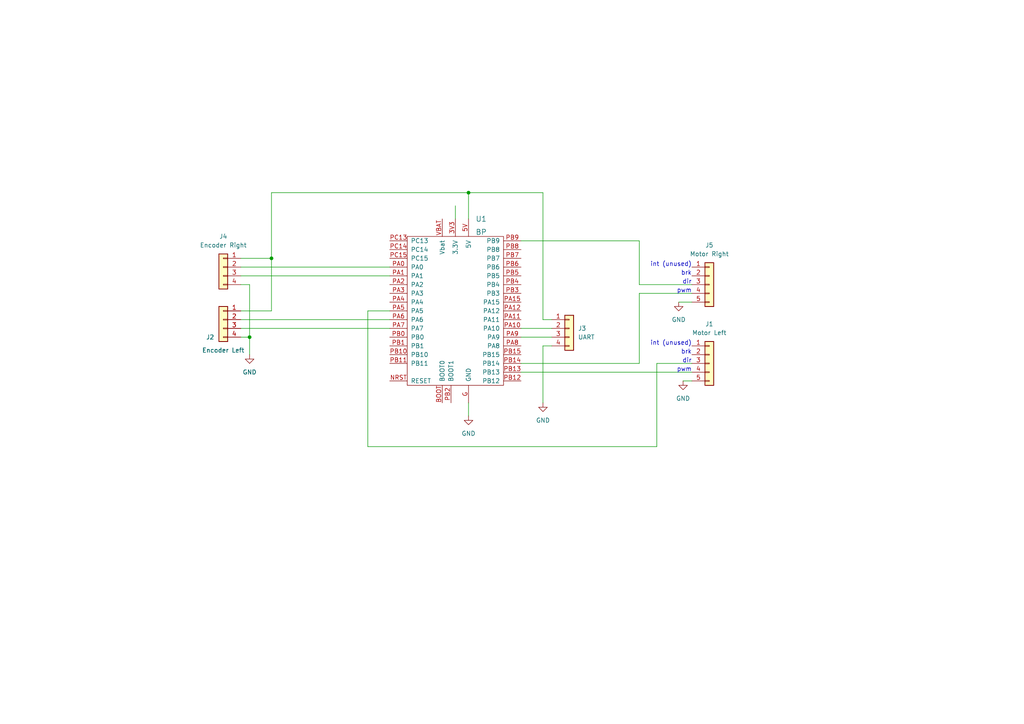
<source format=kicad_sch>
(kicad_sch (version 20211123) (generator eeschema)
  (paper "A4")
  (lib_symbols
    (symbol "Connector_Generic:Conn_01x04" (pin_names (offset 1.016) hide)
      (property "Reference" "J" (at 0 5.08 0))
      (property "Value" "Conn_01x04" (at 0 -7.62 0))
      (symbol "Conn_01x04_1_1"
        (rectangle (start -1.27 -4.953) (end 0 -5.207) (stroke (width 0.1524)))
        (rectangle (start -1.27 -2.413) (end 0 -2.667) (stroke (width 0.1524)))
        (rectangle (start -1.27 0.127) (end 0 -0.127) (stroke (width 0.1524)))
        (rectangle (start -1.27 2.667) (end 0 2.413) (stroke (width 0.1524)))
        (rectangle (start -1.27 3.81) (end 1.27 -6.35) (stroke (width 0.254)) (fill (type background)))
        (pin passive line (at -5.08 2.54 0) (length 3.81) (name "Pin_1") (number "1"))
        (pin passive line (at -5.08 0 0) (length 3.81) (name "Pin_2") (number "2"))
        (pin passive line (at -5.08 -2.54 0) (length 3.81) (name "Pin_3") (number "3"))
        (pin passive line (at -5.08 -5.08 0) (length 3.81) (name "Pin_4") (number "4"))
      )
    )
    (symbol "Connector_Generic:Conn_01x05" (pin_names (offset 1.016) hide)
      (property "Reference" "J" (at 0 7.62 0))
      (property "Value" "Conn_01x05" (at 0 -7.62 0))
      (symbol "Conn_01x05_1_1"
        (rectangle (start -1.27 -4.953) (end 0 -5.207) (stroke (width 0.1524)))
        (rectangle (start -1.27 -2.413) (end 0 -2.667) (stroke (width 0.1524)))
        (rectangle (start -1.27 0.127) (end 0 -0.127) (stroke (width 0.1524)))
        (rectangle (start -1.27 2.667) (end 0 2.413) (stroke (width 0.1524)))
        (rectangle (start -1.27 5.207) (end 0 4.953) (stroke (width 0.1524)))
        (rectangle (start -1.27 6.35) (end 1.27 -6.35) (stroke (width 0.254)) (fill (type background)))
        (pin passive line (at -5.08 5.08 0) (length 3.81) (name "Pin_1") (number "1"))
        (pin passive line (at -5.08 2.54 0) (length 3.81) (name "Pin_2") (number "2"))
        (pin passive line (at -5.08 0 0) (length 3.81) (name "Pin_3") (number "3"))
        (pin passive line (at -5.08 -2.54 0) (length 3.81) (name "Pin_4") (number "4"))
        (pin passive line (at -5.08 -5.08 0) (length 3.81) (name "Pin_5") (number "5"))
      )
    )
    (symbol "bp:BP" (pin_names (offset 1.016))
      (property "Reference" "U" (at -12.7 22.86 0))
      (property "Value" "BP" (at 7.62 -24.13 0))
      (symbol "BP_0_1"
        (rectangle (start -13.97 21.59) (end 13.97 -21.59))
      )
      (symbol "BP_1_1"
        (pin power_out line (at 0 26.67 270) (length 5.08) (name "3.3V") (number "3V3"))
        (pin power_out line (at 3.81 26.67 270) (length 5.08) (name "5V") (number "5V"))
        (pin input line (at -3.81 -26.67 90) (length 5.08) (name "BOOT0") (number "BOOT"))
        (pin power_out line (at 3.81 -26.67 90) (length 5.08) (name "GND") (number "G"))
        (pin input line (at -19.05 -20.32 0) (length 5.08) (name "RESET") (number "NRST"))
        (pin bidirectional line (at -19.05 12.7 0) (length 5.08) (name "PA0") (number "PA0"))
        (pin bidirectional line (at -19.05 10.16 0) (length 5.08) (name "PA1") (number "PA1"))
        (pin bidirectional line (at 19.05 -5.08 180) (length 5.08) (name "PA10") (number "PA10"))
        (pin bidirectional line (at 19.05 -2.54 180) (length 5.08) (name "PA11") (number "PA11"))
        (pin bidirectional line (at 19.05 0 180) (length 5.08) (name "PA12") (number "PA12"))
        (pin bidirectional line (at 19.05 2.54 180) (length 5.08) (name "PA15") (number "PA15"))
        (pin bidirectional line (at -19.05 7.62 0) (length 5.08) (name "PA2") (number "PA2"))
        (pin bidirectional line (at -19.05 5.08 0) (length 5.08) (name "PA3") (number "PA3"))
        (pin bidirectional line (at -19.05 2.54 0) (length 5.08) (name "PA4") (number "PA4"))
        (pin bidirectional line (at -19.05 0 0) (length 5.08) (name "PA5") (number "PA5"))
        (pin bidirectional line (at -19.05 -2.54 0) (length 5.08) (name "PA6") (number "PA6"))
        (pin bidirectional line (at -19.05 -5.08 0) (length 5.08) (name "PA7") (number "PA7"))
        (pin bidirectional line (at 19.05 -10.16 180) (length 5.08) (name "PA8") (number "PA8"))
        (pin bidirectional line (at 19.05 -7.62 180) (length 5.08) (name "PA9") (number "PA9"))
        (pin bidirectional line (at -19.05 -7.62 0) (length 5.08) (name "PB0") (number "PB0"))
        (pin bidirectional line (at -19.05 -10.16 0) (length 5.08) (name "PB1") (number "PB1"))
        (pin bidirectional line (at -19.05 -12.7 0) (length 5.08) (name "PB10") (number "PB10"))
        (pin bidirectional line (at -19.05 -15.24 0) (length 5.08) (name "PB11") (number "PB11"))
        (pin bidirectional line (at 19.05 -20.32 180) (length 5.08) (name "PB12") (number "PB12"))
        (pin bidirectional line (at 19.05 -17.78 180) (length 5.08) (name "PB13") (number "PB13"))
        (pin bidirectional line (at 19.05 -15.24 180) (length 5.08) (name "PB14") (number "PB14"))
        (pin bidirectional line (at 19.05 -12.7 180) (length 5.08) (name "PB15") (number "PB15"))
        (pin input line (at -1.27 -26.67 90) (length 5.08) (name "BOOT1") (number "PB2"))
        (pin bidirectional line (at 19.05 5.08 180) (length 5.08) (name "PB3") (number "PB3"))
        (pin bidirectional line (at 19.05 7.62 180) (length 5.08) (name "PB4") (number "PB4"))
        (pin bidirectional line (at 19.05 10.16 180) (length 5.08) (name "PB5") (number "PB5"))
        (pin bidirectional line (at 19.05 12.7 180) (length 5.08) (name "PB6") (number "PB6"))
        (pin bidirectional line (at 19.05 15.24 180) (length 5.08) (name "PB7") (number "PB7"))
        (pin bidirectional line (at 19.05 17.78 180) (length 5.08) (name "PB8") (number "PB8"))
        (pin bidirectional line (at 19.05 20.32 180) (length 5.08) (name "PB9") (number "PB9"))
        (pin bidirectional line (at -19.05 20.32 0) (length 5.08) (name "PC13") (number "PC13"))
        (pin bidirectional line (at -19.05 17.78 0) (length 5.08) (name "PC14") (number "PC14"))
        (pin bidirectional line (at -19.05 15.24 0) (length 5.08) (name "PC15") (number "PC15"))
        (pin power_in line (at -3.81 26.67 270) (length 5.08) (name "Vbat") (number "VBAT"))
      )
    )
    (symbol "power:GND" (power) (pin_names (offset 0))
      (property "Value" "GND" (at 0 -3.81 0))
      (symbol "GND_0_1"
        (polyline (pts (xy 0 0) (xy 0 -1.27) (xy 1.27 -1.27) (xy 0 -2.54) (xy -1.27 -1.27) (xy 0 -1.27)))
      )
      (symbol "GND_1_1"
        (pin power_in line (at 0 0 270) (length 0) hide (name "GND") (number "1"))
      )
    )
  )
  (junction (at 72.39 97.79))
  (junction (at 78.74 74.93))
  (junction (at 135.89 55.88))
  (wire (pts (xy 69.85 95.25) (xy 113.03 95.25)))
  (wire (pts (xy 69.85 97.79) (xy 72.39 97.79)))
  (wire (pts (xy 106.68 129.54) (xy 190.5 129.54)))
  (wire (pts (xy 72.39 82.55) (xy 72.39 97.79)))
  (wire (pts (xy 78.74 55.88) (xy 135.89 55.88)))
  (wire (pts (xy 69.85 82.55) (xy 72.39 82.55)))
  (wire (pts (xy 157.48 92.71) (xy 160.02 92.71)))
  (wire (pts (xy 69.85 74.93) (xy 78.74 74.93)))
  (wire (pts (xy 69.85 80.01) (xy 113.03 80.01)))
  (wire (pts (xy 185.42 82.55) (xy 200.66 82.55)))
  (wire (pts (xy 185.42 105.41) (xy 151.13 105.41)))
  (wire (pts (xy 132.08 63.5) (xy 132.08 59.69)))
  (wire (pts (xy 190.5 129.54) (xy 190.5 105.41)))
  (wire (pts (xy 190.5 105.41) (xy 200.66 105.41)))
  (wire (pts (xy 69.85 92.71) (xy 113.03 92.71)))
  (wire (pts (xy 78.74 55.88) (xy 78.74 74.93)))
  (wire (pts (xy 151.13 69.85) (xy 185.42 69.85)))
  (wire (pts (xy 78.74 90.17) (xy 69.85 90.17)))
  (wire (pts (xy 69.85 77.47) (xy 113.03 77.47)))
  (wire (pts (xy 135.89 63.5) (xy 135.89 55.88)))
  (wire (pts (xy 151.13 97.79) (xy 160.02 97.79)))
  (wire (pts (xy 185.42 85.09) (xy 185.42 105.41)))
  (wire (pts (xy 106.68 90.17) (xy 106.68 129.54)))
  (wire (pts (xy 72.39 97.79) (xy 72.39 102.87)))
  (wire (pts (xy 157.48 55.88) (xy 157.48 92.71)))
  (wire (pts (xy 157.48 100.33) (xy 157.48 116.84)))
  (wire (pts (xy 151.13 107.95) (xy 200.66 107.95)))
  (wire (pts (xy 200.66 87.63) (xy 196.85 87.63)))
  (wire (pts (xy 78.74 74.93) (xy 78.74 90.17)))
  (wire (pts (xy 200.66 110.49) (xy 198.12 110.49)))
  (wire (pts (xy 135.89 116.84) (xy 135.89 120.65)))
  (wire (pts (xy 151.13 95.25) (xy 160.02 95.25)))
  (wire (pts (xy 135.89 55.88) (xy 157.48 55.88)))
  (wire (pts (xy 185.42 85.09) (xy 200.66 85.09)))
  (wire (pts (xy 157.48 100.33) (xy 160.02 100.33)))
  (wire (pts (xy 113.03 90.17) (xy 106.68 90.17)))
  (wire (pts (xy 185.42 69.85) (xy 185.42 82.55)))
  (text "int (unused)" (at 200.66 100.33 180) (effects (font (size 1.27 1.27)) (justify right bottom)))
  (text "pwm" (at 200.66 85.09 180) (effects (font (size 1.27 1.27)) (justify right bottom)))
  (text "dir" (at 200.66 82.55 180) (effects (font (size 1.27 1.27)) (justify right bottom)))
  (text "brk" (at 200.66 80.01 180) (effects (font (size 1.27 1.27)) (justify right bottom)))
  (text "pwm" (at 200.66 107.95 180) (effects (font (size 1.27 1.27)) (justify right bottom)))
  (text "dir" (at 200.66 105.41 180) (effects (font (size 1.27 1.27)) (justify right bottom)))
  (text "int (unused)" (at 200.66 77.47 180) (effects (font (size 1.27 1.27)) (justify right bottom)))
  (text "brk" (at 200.66 102.87 180) (effects (font (size 1.27 1.27)) (justify right bottom)))
  (symbol (lib_id "power:GND") (at 135.89 120.65 0) (unit 1)
    (property "Reference" "#PWR03" (effects hide))
    (property "Value" "GND" (at 135.89 125.73 0))
  )
  (symbol (lib_id "Connector_Generic:Conn_01x04") (at 64.77 77.47 0) (mirror y) (unit 1)
    (property "Reference" "J4" (at 64.77 68.58 0))
    (property "Value" "Encoder Right" (at 64.77 71.12 0))
    (property "Footprint" "Connector_PinHeader_2.54mm:PinHeader_1x04_P2.54mm_Vertical" (effects hide))
  )
  (symbol (lib_id "power:GND") (at 196.85 87.63 0) (mirror y) (unit 1)
    (property "Reference" "#PWR0102" (effects hide))
    (property "Value" "GND" (at 196.85 92.71 0))
  )
  (symbol (lib_id "power:GND") (at 198.12 110.49 0) (unit 1)
    (property "Reference" "#PWR0101" (effects hide))
    (property "Value" "GND" (at 198.12 115.57 0))
  )
  (symbol (lib_id "Connector_Generic:Conn_01x04") (at 64.77 92.71 0) (mirror y) (unit 1)
    (property "Reference" "J2" (at 60.96 97.79 0))
    (property "Value" "Encoder Left" (at 64.77 101.6 0))
    (property "Footprint" "Connector_PinHeader_2.54mm:PinHeader_1x04_P2.54mm_Vertical" (effects hide))
  )
  (symbol (lib_id "Connector_Generic:Conn_01x05") (at 205.74 82.55 0) (unit 1)
    (property "Reference" "J5" (at 205.74 71.12 0))
    (property "Value" "Motor Right" (at 205.74 73.66 0))
    (property "Footprint" "Connector_PinHeader_2.54mm:PinHeader_1x05_P2.54mm_Vertical" (effects hide))
  )
  (symbol (lib_id "power:GND") (at 72.39 102.87 0) (unit 1)
    (property "Reference" "#PWR02" (effects hide))
    (property "Value" "GND" (at 72.39 107.95 0))
  )
  (symbol (lib_id "Connector_Generic:Conn_01x04") (at 165.1 95.25 0) (unit 1)
    (property "Reference" "J3" (at 167.64 95.2499 0) (effects (justify left)))
    (property "Value" "UART" (at 167.64 97.7899 0) (effects (justify left)))
    (property "Footprint" "Connector_PinHeader_2.54mm:PinHeader_1x04_P2.54mm_Vertical" (effects hide))
  )
  (symbol (lib_id "power:GND") (at 157.48 116.84 0) (unit 1)
    (property "Reference" "#PWR04" (effects hide))
    (property "Value" "GND" (at 157.48 121.92 0))
  )
  (symbol (lib_id "Connector_Generic:Conn_01x05") (at 205.74 105.41 0) (unit 1)
    (property "Reference" "J1" (at 205.74 93.98 0))
    (property "Value" "Motor Left" (at 205.74 96.52 0))
    (property "Footprint" "Connector_PinHeader_2.54mm:PinHeader_1x05_P2.54mm_Vertical" (effects hide))
  )
  (symbol (lib_id "bp:BP") (at 132.08 90.17 0) (unit 1)
    (property "Reference" "U1" (at 137.9094 63.5 0) (effects (font (size 1.524 1.524)) (justify left)))
    (property "Value" "BP" (at 137.9094 67.31 0) (effects (font (size 1.524 1.524)) (justify left)))
    (property "Footprint" "blue-pill-kicad:blue_pill" (effects hide))
    (property "Datasheet" "https://www.electronicshub.org/getting-started-with-stm32f103c8t6-blue-pill/" (effects hide))
  )
)
</source>
